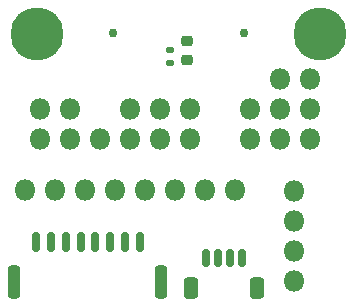
<source format=gbr>
%TF.GenerationSoftware,KiCad,Pcbnew,(6.0.0-0)*%
%TF.CreationDate,2023-03-06T19:24:07-05:00*%
%TF.ProjectId,module_dev3,6d6f6475-6c65-45f6-9465-76332e6b6963,rev?*%
%TF.SameCoordinates,Original*%
%TF.FileFunction,Soldermask,Top*%
%TF.FilePolarity,Negative*%
%FSLAX46Y46*%
G04 Gerber Fmt 4.6, Leading zero omitted, Abs format (unit mm)*
G04 Created by KiCad (PCBNEW (6.0.0-0)) date 2023-03-06 19:24:07*
%MOMM*%
%LPD*%
G01*
G04 APERTURE LIST*
G04 Aperture macros list*
%AMRoundRect*
0 Rectangle with rounded corners*
0 $1 Rounding radius*
0 $2 $3 $4 $5 $6 $7 $8 $9 X,Y pos of 4 corners*
0 Add a 4 corners polygon primitive as box body*
4,1,4,$2,$3,$4,$5,$6,$7,$8,$9,$2,$3,0*
0 Add four circle primitives for the rounded corners*
1,1,$1+$1,$2,$3*
1,1,$1+$1,$4,$5*
1,1,$1+$1,$6,$7*
1,1,$1+$1,$8,$9*
0 Add four rect primitives between the rounded corners*
20,1,$1+$1,$2,$3,$4,$5,0*
20,1,$1+$1,$4,$5,$6,$7,0*
20,1,$1+$1,$6,$7,$8,$9,0*
20,1,$1+$1,$8,$9,$2,$3,0*%
G04 Aperture macros list end*
%ADD10C,4.500000*%
%ADD11O,1.800000X1.800000*%
%ADD12RoundRect,0.150000X0.150000X0.625000X-0.150000X0.625000X-0.150000X-0.625000X0.150000X-0.625000X0*%
%ADD13RoundRect,0.250000X0.350000X0.650000X-0.350000X0.650000X-0.350000X-0.650000X0.350000X-0.650000X0*%
%ADD14RoundRect,0.150000X0.150000X0.700000X-0.150000X0.700000X-0.150000X-0.700000X0.150000X-0.700000X0*%
%ADD15RoundRect,0.250000X0.250000X1.150000X-0.250000X1.150000X-0.250000X-1.150000X0.250000X-1.150000X0*%
%ADD16RoundRect,0.135000X-0.185000X0.135000X-0.185000X-0.135000X0.185000X-0.135000X0.185000X0.135000X0*%
%ADD17RoundRect,0.218750X-0.256250X0.218750X-0.256250X-0.218750X0.256250X-0.218750X0.256250X0.218750X0*%
%ADD18C,0.760000*%
G04 APERTURE END LIST*
D10*
%TO.C,H1*%
X95000000Y-64000000D03*
%TD*%
%TO.C,H2*%
X119000000Y-64000000D03*
%TD*%
D11*
%TO.C,J24*%
X97790000Y-72898000D03*
%TD*%
%TO.C,J25*%
X100330000Y-72898000D03*
%TD*%
%TO.C,J27*%
X95250000Y-70358000D03*
%TD*%
%TO.C,J28*%
X102870000Y-70358000D03*
%TD*%
%TO.C,J29*%
X97790000Y-70358000D03*
%TD*%
%TO.C,J32*%
X102870000Y-72898000D03*
%TD*%
%TO.C,J13*%
X115570000Y-72898000D03*
%TD*%
%TO.C,J14*%
X113030000Y-70358000D03*
%TD*%
%TO.C,J15*%
X113030000Y-72898000D03*
%TD*%
%TO.C,J16*%
X105410000Y-70358000D03*
%TD*%
%TO.C,J18*%
X105410000Y-72898000D03*
%TD*%
%TO.C,J19*%
X107950000Y-72898000D03*
%TD*%
%TO.C,J17*%
X107950000Y-70358000D03*
%TD*%
%TO.C,J22*%
X118110000Y-70358000D03*
%TD*%
%TO.C,J31*%
X118110000Y-67818000D03*
%TD*%
%TO.C,J26*%
X95250000Y-72898000D03*
%TD*%
%TO.C,J21*%
X115570000Y-70358000D03*
%TD*%
%TO.C,J30*%
X115570000Y-67818000D03*
%TD*%
%TO.C,J12*%
X118110000Y-72898000D03*
%TD*%
%TO.C,J3*%
X116800000Y-77280000D03*
X116800000Y-79820000D03*
X116800000Y-82360000D03*
X116800000Y-84900000D03*
%TD*%
%TO.C,J4*%
X93980000Y-77216000D03*
X96520000Y-77216000D03*
X99060000Y-77216000D03*
X101600000Y-77216000D03*
X104140000Y-77216000D03*
X106680000Y-77216000D03*
X109220000Y-77216000D03*
X111760000Y-77216000D03*
%TD*%
D12*
%TO.C,J5*%
X112320000Y-82995000D03*
X111320000Y-82995000D03*
X110320000Y-82995000D03*
X109320000Y-82995000D03*
D13*
X108020000Y-85520000D03*
X113620000Y-85520000D03*
%TD*%
D14*
%TO.C,J6*%
X103689000Y-81616000D03*
X102439000Y-81616000D03*
X101189000Y-81616000D03*
X99939000Y-81616000D03*
X98689000Y-81616000D03*
X97439000Y-81616000D03*
X96189000Y-81616000D03*
X94939000Y-81616000D03*
D15*
X93089000Y-84966000D03*
X105539000Y-84966000D03*
%TD*%
D16*
%TO.C,R1*%
X106299000Y-65403000D03*
X106299000Y-66423000D03*
%TD*%
D17*
%TO.C,D1*%
X107696000Y-64612500D03*
X107696000Y-66187500D03*
%TD*%
D18*
%TO.C,J1*%
X101475500Y-63900000D03*
X112524500Y-63900000D03*
%TD*%
M02*

</source>
